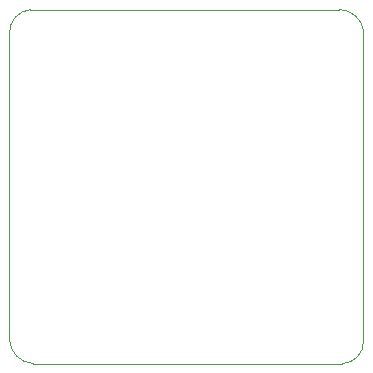
<source format=gm1>
G04 #@! TF.GenerationSoftware,KiCad,Pcbnew,(6.0.6)*
G04 #@! TF.CreationDate,2022-10-22T18:45:05+02:00*
G04 #@! TF.ProjectId,ADXL PCB,4144584c-2050-4434-922e-6b696361645f,rev?*
G04 #@! TF.SameCoordinates,Original*
G04 #@! TF.FileFunction,Profile,NP*
%FSLAX46Y46*%
G04 Gerber Fmt 4.6, Leading zero omitted, Abs format (unit mm)*
G04 Created by KiCad (PCBNEW (6.0.6)) date 2022-10-22 18:45:05*
%MOMM*%
%LPD*%
G01*
G04 APERTURE LIST*
G04 #@! TA.AperFunction,Profile*
%ADD10C,0.100000*%
G04 #@! TD*
G04 APERTURE END LIST*
D10*
X167132000Y-122173997D02*
G75*
G03*
X168910000Y-120296445I-53600J1831397D01*
G01*
X168910000Y-93980000D02*
X168910000Y-120296445D01*
X140716000Y-92202000D02*
X166878000Y-92202000D01*
X168909988Y-93980002D02*
G75*
G03*
X166878000Y-92202000I-2077988J-324698D01*
G01*
X167132000Y-122174000D02*
X140970000Y-122174000D01*
X138938000Y-120118937D02*
X138938000Y-94234000D01*
X140716001Y-92202013D02*
G75*
G03*
X138938000Y-94234000I186299J-1956887D01*
G01*
X138937953Y-120118938D02*
G75*
G03*
X140970000Y-122174000I2101347J45638D01*
G01*
M02*

</source>
